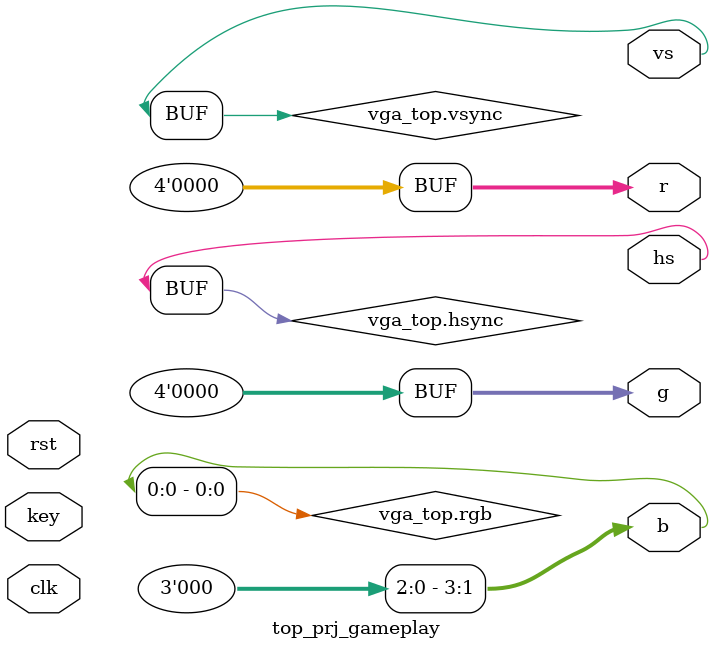
<source format=sv>

`timescale 1 ns / 1 ps

module top_prj_gameplay (
    input  logic clk,
    input  logic rst,
    input  logic [3:0] key,
    output logic vs,
    output logic hs,
    output logic [3:0] r,
    output logic [3:0] g,
    output logic [3:0] b
);


/**
 * Local variables and signals
 */

vga_if vga_tim();
vga_if vga_menu();
vga_if vga_game();
vga_if vga_top();


wire [3:0] key_menu;
wire [3:0] menu_state;
/**
 * Signals assignments
 */

assign vs = vga_top.vsync;
assign hs = vga_top.hsync;
assign {r,g,b} = vga_top.rgb;


/**
 * Submodules instances
 */

/*
 vga_timing
 keyboard
 menu
 ...
 */
 vga_timing u_vga_timing (
    .clk,
    .rst,
    .out(vga_tim.out)
);



top_menu u_top_menu(
    .clk,
    .rst,
    .in(vga_tim.in),
    .out(vga_menu.out),
    .key(key_menu),
    .menu_state(menu_state)

);

top_game u_top_game(
    .clk,
    .rst,
    .in(vga_tim.in),
    .out(vga_game.out)

);

control u_control(
    .clk,
    .rst,
    .key(key),
    .in_g(vga_game.in),
    .in_m(vga_menu.in),
    .menu_state(menu_state),
    .key_menu(key_menu),
    .out(vga_top.out)
);


endmodule

</source>
